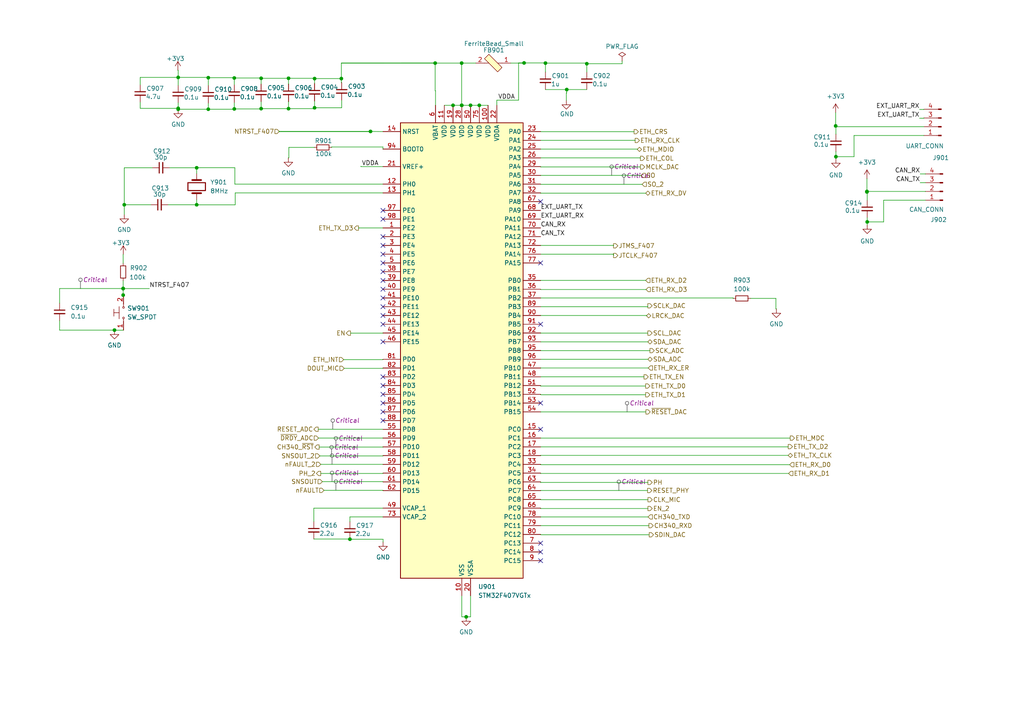
<source format=kicad_sch>
(kicad_sch (version 20231120) (generator "eeschema") (generator_version "8.0")
  (paper "A4")
  (title_block (title "Mixed Signal Board Project") (date "2024-06-24") (rev "V1.0") (company "open source") (comment 1 "this project for learning purposes"))
  (lib_symbols
    (symbol "Connector:Conn_01x04_Pin" (pin_names (offset 1.016) hide)
      (property "Reference" "J" (at 0 5.08 0))
      (property "Value" "Conn_01x04_Pin" (at 0 -7.62 0))
      (symbol "Conn_01x04_Pin_1_1"
        (polyline (pts (xy 1.27 -5.08) (xy 0.8636 -5.08)) (stroke (width 0.1524)))
        (polyline (pts (xy 1.27 -2.54) (xy 0.8636 -2.54)) (stroke (width 0.1524)))
        (polyline (pts (xy 1.27 0) (xy 0.8636 0)) (stroke (width 0.1524)))
        (polyline (pts (xy 1.27 2.54) (xy 0.8636 2.54)) (stroke (width 0.1524)))
        (rectangle (start 0.8636 -4.953) (end 0 -5.207) (stroke (width 0.1524)) (fill (type outline)))
        (rectangle (start 0.8636 -2.413) (end 0 -2.667) (stroke (width 0.1524)) (fill (type outline)))
        (rectangle (start 0.8636 0.127) (end 0 -0.127) (stroke (width 0.1524)) (fill (type outline)))
        (rectangle (start 0.8636 2.667) (end 0 2.413) (stroke (width 0.1524)) (fill (type outline)))
        (pin passive line (at 5.08 2.54 180) (length 3.81) (name "Pin_1") (number "1"))
        (pin passive line (at 5.08 0 180) (length 3.81) (name "Pin_2") (number "2"))
        (pin passive line (at 5.08 -2.54 180) (length 3.81) (name "Pin_3") (number "3"))
        (pin passive line (at 5.08 -5.08 180) (length 3.81) (name "Pin_4") (number "4"))
      )
    )
    (symbol "Device:C_Small" (pin_numbers hide) (pin_names (offset 0.254) hide)
      (property "Reference" "C" (at 0.254 1.778 0))
      (property "Value" "C_Small" (at 0.254 -2.032 0))
      (symbol "C_Small_0_1"
        (polyline (pts (xy -1.524 -0.508) (xy 1.524 -0.508)) (stroke (width 0.3302)))
        (polyline (pts (xy -1.524 0.508) (xy 1.524 0.508)) (stroke (width 0.3048)))
      )
      (symbol "C_Small_1_1"
        (pin passive line (at 0 2.54 270) (length 2.032) (name "~") (number "1"))
        (pin passive line (at 0 -2.54 90) (length 2.032) (name "~") (number "2"))
      )
    )
    (symbol "Device:Crystal" (pin_numbers hide) (pin_names (offset 1.016) hide)
      (property "Reference" "Y" (at 0 3.81 0))
      (property "Value" "Crystal" (at 0 -3.81 0))
      (symbol "Crystal_0_1"
        (rectangle (start -1.143 2.54) (end 1.143 -2.54) (stroke (width 0.3048)))
        (polyline (pts (xy -2.54 0) (xy -1.905 0)))
        (polyline (pts (xy -1.905 -1.27) (xy -1.905 1.27)) (stroke (width 0.508)))
        (polyline (pts (xy 1.905 -1.27) (xy 1.905 1.27)) (stroke (width 0.508)))
        (polyline (pts (xy 2.54 0) (xy 1.905 0)))
      )
      (symbol "Crystal_1_1"
        (pin passive line (at -3.81 0 0) (length 1.27) (name "1") (number "1"))
        (pin passive line (at 3.81 0 180) (length 1.27) (name "2") (number "2"))
      )
    )
    (symbol "Device:R_Small" (pin_numbers hide) (pin_names (offset 0.254) hide)
      (property "Reference" "R" (at 0.762 0.508 0))
      (property "Value" "R_Small" (at 0.762 -1.016 0))
      (symbol "R_Small_0_1"
        (rectangle (start -0.762 1.778) (end 0.762 -1.778) (stroke (width 0.2032)))
      )
      (symbol "R_Small_1_1"
        (pin passive line (at 0 2.54 270) (length 0.762) (name "~") (number "1"))
        (pin passive line (at 0 -2.54 90) (length 0.762) (name "~") (number "2"))
      )
    )
    (symbol "MCU_ST_STM32F4:STM32F407VGTx"
      (property "Reference" "U" (at -17.78 67.31 0))
      (property "Value" "STM32F407VGTx" (at 12.7 67.31 0))
      (symbol "STM32F407VGTx_0_1"
        (rectangle (start -17.78 -66.04) (end 17.78 66.04) (stroke (width 0.254)) (fill (type background)))
      )
      (symbol "STM32F407VGTx_1_1"
        (pin bidirectional line (at -22.86 35.56 0) (length 5.08) (name "PE2") (number "1"))
        (pin power_in line (at 0 -71.12 90) (length 5.08) (name "VSS") (number "10"))
        (pin power_in line (at 7.62 71.12 270) (length 5.08) (name "VDD") (number "100"))
        (pin power_in line (at -5.08 71.12 270) (length 5.08) (name "VDD") (number "11"))
        (pin bidirectional line (at -22.86 48.26 0) (length 5.08) (name "PH0") (number "12"))
        (pin bidirectional line (at -22.86 45.72 0) (length 5.08) (name "PH1") (number "13"))
        (pin input line (at -22.86 63.5 0) (length 5.08) (name "NRST") (number "14"))
        (pin bidirectional line (at 22.86 -22.86 180) (length 5.08) (name "PC0") (number "15"))
        (pin bidirectional line (at 22.86 -25.4 180) (length 5.08) (name "PC1") (number "16"))
        (pin bidirectional line (at 22.86 -27.94 180) (length 5.08) (name "PC2") (number "17"))
        (pin bidirectional line (at 22.86 -30.48 180) (length 5.08) (name "PC3") (number "18"))
        (pin power_in line (at -2.54 71.12 270) (length 5.08) (name "VDD") (number "19"))
        (pin bidirectional line (at -22.86 33.02 0) (length 5.08) (name "PE3") (number "2"))
        (pin power_in line (at 2.54 -71.12 90) (length 5.08) (name "VSSA") (number "20"))
        (pin input line (at -22.86 53.34 0) (length 5.08) (name "VREF+") (number "21"))
        (pin power_in line (at 10.16 71.12 270) (length 5.08) (name "VDDA") (number "22"))
        (pin bidirectional line (at 22.86 63.5 180) (length 5.08) (name "PA0") (number "23"))
        (pin bidirectional line (at 22.86 60.96 180) (length 5.08) (name "PA1") (number "24"))
        (pin bidirectional line (at 22.86 58.42 180) (length 5.08) (name "PA2") (number "25"))
        (pin bidirectional line (at 22.86 55.88 180) (length 5.08) (name "PA3") (number "26"))
        (pin passive line (at 0 -71.12 90) (length 5.08) hide (name "VSS") (number "27"))
        (pin power_in line (at 0 71.12 270) (length 5.08) (name "VDD") (number "28"))
        (pin bidirectional line (at 22.86 53.34 180) (length 5.08) (name "PA4") (number "29"))
        (pin bidirectional line (at -22.86 30.48 0) (length 5.08) (name "PE4") (number "3"))
        (pin bidirectional line (at 22.86 50.8 180) (length 5.08) (name "PA5") (number "30"))
        (pin bidirectional line (at 22.86 48.26 180) (length 5.08) (name "PA6") (number "31"))
        (pin bidirectional line (at 22.86 45.72 180) (length 5.08) (name "PA7") (number "32"))
        (pin bidirectional line (at 22.86 -33.02 180) (length 5.08) (name "PC4") (number "33"))
        (pin bidirectional line (at 22.86 -35.56 180) (length 5.08) (name "PC5") (number "34"))
        (pin bidirectional line (at 22.86 20.32 180) (length 5.08) (name "PB0") (number "35"))
        (pin bidirectional line (at 22.86 17.78 180) (length 5.08) (name "PB1") (number "36"))
        (pin bidirectional line (at 22.86 15.24 180) (length 5.08) (name "PB2") (number "37"))
        (pin bidirectional line (at -22.86 22.86 0) (length 5.08) (name "PE7") (number "38"))
        (pin bidirectional line (at -22.86 20.32 0) (length 5.08) (name "PE8") (number "39"))
        (pin bidirectional line (at -22.86 27.94 0) (length 5.08) (name "PE5") (number "4"))
        (pin bidirectional line (at -22.86 17.78 0) (length 5.08) (name "PE9") (number "40"))
        (pin bidirectional line (at -22.86 15.24 0) (length 5.08) (name "PE10") (number "41"))
        (pin bidirectional line (at -22.86 12.7 0) (length 5.08) (name "PE11") (number "42"))
        (pin bidirectional line (at -22.86 10.16 0) (length 5.08) (name "PE12") (number "43"))
        (pin bidirectional line (at -22.86 7.62 0) (length 5.08) (name "PE13") (number "44"))
        (pin bidirectional line (at -22.86 5.08 0) (length 5.08) (name "PE14") (number "45"))
        (pin bidirectional line (at -22.86 2.54 0) (length 5.08) (name "PE15") (number "46"))
        (pin bidirectional line (at 22.86 -5.08 180) (length 5.08) (name "PB10") (number "47"))
        (pin bidirectional line (at 22.86 -7.62 180) (length 5.08) (name "PB11") (number "48"))
        (pin power_out line (at -22.86 -45.72 0) (length 5.08) (name "VCAP_1") (number "49"))
        (pin bidirectional line (at -22.86 25.4 0) (length 5.08) (name "PE6") (number "5"))
        (pin power_in line (at 2.54 71.12 270) (length 5.08) (name "VDD") (number "50"))
        (pin bidirectional line (at 22.86 -10.16 180) (length 5.08) (name "PB12") (number "51"))
        (pin bidirectional line (at 22.86 -12.7 180) (length 5.08) (name "PB13") (number "52"))
        (pin bidirectional line (at 22.86 -15.24 180) (length 5.08) (name "PB14") (number "53"))
        (pin bidirectional line (at 22.86 -17.78 180) (length 5.08) (name "PB15") (number "54"))
        (pin bidirectional line (at -22.86 -22.86 0) (length 5.08) (name "PD8") (number "55"))
        (pin bidirectional line (at -22.86 -25.4 0) (length 5.08) (name "PD9") (number "56"))
        (pin bidirectional line (at -22.86 -27.94 0) (length 5.08) (name "PD10") (number "57"))
        (pin bidirectional line (at -22.86 -30.48 0) (length 5.08) (name "PD11") (number "58"))
        (pin bidirectional line (at -22.86 -33.02 0) (length 5.08) (name "PD12") (number "59"))
        (pin power_in line (at -7.62 71.12 270) (length 5.08) (name "VBAT") (number "6"))
        (pin bidirectional line (at -22.86 -35.56 0) (length 5.08) (name "PD13") (number "60"))
        (pin bidirectional line (at -22.86 -38.1 0) (length 5.08) (name "PD14") (number "61"))
        (pin bidirectional line (at -22.86 -40.64 0) (length 5.08) (name "PD15") (number "62"))
        (pin bidirectional line (at 22.86 -38.1 180) (length 5.08) (name "PC6") (number "63"))
        (pin bidirectional line (at 22.86 -40.64 180) (length 5.08) (name "PC7") (number "64"))
        (pin bidirectional line (at 22.86 -43.18 180) (length 5.08) (name "PC8") (number "65"))
        (pin bidirectional line (at 22.86 -45.72 180) (length 5.08) (name "PC9") (number "66"))
        (pin bidirectional line (at 22.86 43.18 180) (length 5.08) (name "PA8") (number "67"))
        (pin bidirectional line (at 22.86 40.64 180) (length 5.08) (name "PA9") (number "68"))
        (pin bidirectional line (at 22.86 38.1 180) (length 5.08) (name "PA10") (number "69"))
        (pin bidirectional line (at 22.86 -55.88 180) (length 5.08) (name "PC13") (number "7"))
        (pin bidirectional line (at 22.86 35.56 180) (length 5.08) (name "PA11") (number "70"))
        (pin bidirectional line (at 22.86 33.02 180) (length 5.08) (name "PA12") (number "71"))
        (pin bidirectional line (at 22.86 30.48 180) (length 5.08) (name "PA13") (number "72"))
        (pin power_out line (at -22.86 -48.26 0) (length 5.08) (name "VCAP_2") (number "73"))
        (pin passive line (at 0 -71.12 90) (length 5.08) hide (name "VSS") (number "74"))
        (pin power_in line (at 5.08 71.12 270) (length 5.08) (name "VDD") (number "75"))
        (pin bidirectional line (at 22.86 27.94 180) (length 5.08) (name "PA14") (number "76"))
        (pin bidirectional line (at 22.86 25.4 180) (length 5.08) (name "PA15") (number "77"))
        (pin bidirectional line (at 22.86 -48.26 180) (length 5.08) (name "PC10") (number "78"))
        (pin bidirectional line (at 22.86 -50.8 180) (length 5.08) (name "PC11") (number "79"))
        (pin bidirectional line (at 22.86 -58.42 180) (length 5.08) (name "PC14") (number "8"))
        (pin bidirectional line (at 22.86 -53.34 180) (length 5.08) (name "PC12") (number "80"))
        (pin bidirectional line (at -22.86 -2.54 0) (length 5.08) (name "PD0") (number "81"))
        (pin bidirectional line (at -22.86 -5.08 0) (length 5.08) (name "PD1") (number "82"))
        (pin bidirectional line (at -22.86 -7.62 0) (length 5.08) (name "PD2") (number "83"))
        (pin bidirectional line (at -22.86 -10.16 0) (length 5.08) (name "PD3") (number "84"))
        (pin bidirectional line (at -22.86 -12.7 0) (length 5.08) (name "PD4") (number "85"))
        (pin bidirectional line (at -22.86 -15.24 0) (length 5.08) (name "PD5") (number "86"))
        (pin bidirectional line (at -22.86 -17.78 0) (length 5.08) (name "PD6") (number "87"))
        (pin bidirectional line (at -22.86 -20.32 0) (length 5.08) (name "PD7") (number "88"))
        (pin bidirectional line (at 22.86 12.7 180) (length 5.08) (name "PB3") (number "89"))
        (pin bidirectional line (at 22.86 -60.96 180) (length 5.08) (name "PC15") (number "9"))
        (pin bidirectional line (at 22.86 10.16 180) (length 5.08) (name "PB4") (number "90"))
        (pin bidirectional line (at 22.86 7.62 180) (length 5.08) (name "PB5") (number "91"))
        (pin bidirectional line (at 22.86 5.08 180) (length 5.08) (name "PB6") (number "92"))
        (pin bidirectional line (at 22.86 2.54 180) (length 5.08) (name "PB7") (number "93"))
        (pin input line (at -22.86 58.42 0) (length 5.08) (name "BOOT0") (number "94"))
        (pin bidirectional line (at 22.86 0 180) (length 5.08) (name "PB8") (number "95"))
        (pin bidirectional line (at 22.86 -2.54 180) (length 5.08) (name "PB9") (number "96"))
        (pin bidirectional line (at -22.86 40.64 0) (length 5.08) (name "PE0") (number "97"))
        (pin bidirectional line (at -22.86 38.1 0) (length 5.08) (name "PE1") (number "98"))
        (pin passive line (at 0 -71.12 90) (length 5.08) hide (name "VSS") (number "99"))
      )
    )
    (symbol "dk_Ferrite-Beads-and-Chips:BLM18HE152SN1D" (pin_names (offset 1.016))
      (property "Reference" "FB" (at -2.54 3.81 0))
      (property "Value" "BLM18HE152SN1D" (at 0 -3.81 0))
      (symbol "BLM18HE152SN1D_0_1"
        (polyline (pts (xy -1.27 0) (xy -2.54 0)))
        (polyline (pts (xy 1.27 0) (xy 2.54 0)))
        (polyline (pts (xy -1.27 2.54) (xy -2.54 1.27) (xy 1.27 -2.54) (xy 2.54 -1.27) (xy -1.27 2.54)) (fill (type background)))
      )
      (symbol "BLM18HE152SN1D_1_1"
        (pin passive line (at -5.08 0 0) (length 2.54) (name "~") (number "1"))
        (pin passive line (at 5.08 0 180) (length 2.54) (name "~") (number "2"))
      )
    )
    (symbol "dk_Pushbutton-Switches:GPTS203211B" (pin_names (offset 1.016))
      (property "Reference" "S" (at -3.81 3.81 0))
      (property "Value" "GPTS203211B" (at 0 -2.54 0))
      (symbol "GPTS203211B_0_1"
        (circle (center -1.524 0) (radius 0.254))
        (polyline (pts (xy -2.54 0) (xy -1.778 0)))
        (polyline (pts (xy -1.778 1.27) (xy 1.778 1.27)))
        (polyline (pts (xy -1.016 2.794) (xy 1.016 2.794)))
        (polyline (pts (xy 0 1.27) (xy 0 2.794)))
        (polyline (pts (xy 2.54 0) (xy 1.778 0)))
        (circle (center 1.524 0) (radius 0.254))
      )
      (symbol "GPTS203211B_1_1"
        (pin passive line (at -5.08 0 0) (length 2.54) (name "~") (number "1"))
        (pin passive line (at 5.08 0 180) (length 2.54) (name "~") (number "2"))
      )
    )
    (symbol "power:+3V3" (power) (pin_names (offset 0))
      (property "Value" "+3V3" (at 0 3.556 0))
      (symbol "+3V3_0_1"
        (polyline (pts (xy -0.762 1.27) (xy 0 2.54)))
        (polyline (pts (xy 0 0) (xy 0 2.54)))
        (polyline (pts (xy 0 2.54) (xy 0.762 1.27)))
      )
      (symbol "+3V3_1_1"
        (pin power_in line (at 0 0 90) (length 0) hide (name "+3V3") (number "1"))
      )
    )
    (symbol "power:GND" (power) (pin_names (offset 0))
      (property "Value" "GND" (at 0 -3.81 0))
      (symbol "GND_0_1"
        (polyline (pts (xy 0 0) (xy 0 -1.27) (xy 1.27 -1.27) (xy 0 -2.54) (xy -1.27 -1.27) (xy 0 -1.27)))
      )
      (symbol "GND_1_1"
        (pin power_in line (at 0 0 270) (length 0) hide (name "GND") (number "1"))
      )
    )
    (symbol "power:PWR_FLAG" (power) (pin_numbers hide) (pin_names (offset 0) hide)
      (property "Value" "PWR_FLAG" (at 0 3.81 0))
      (symbol "PWR_FLAG_0_0"
        (pin power_out line (at 0 0 90) (length 0) (name "pwr") (number "1"))
      )
      (symbol "PWR_FLAG_0_1"
        (polyline (pts (xy 0 0) (xy 0 1.27) (xy -1.016 1.905) (xy 0 2.54) (xy 1.016 1.905) (xy 0 1.27)))
      )
    )
  )
  (junction (at 36.0407 59.3886))
  (junction (at 136.4769 30.5459))
  (junction (at 60.4123 22.5361))
  (junction (at 133.8969 18.3022))
  (junction (at 33.2021 95.7494))
  (junction (at 91.2355 22.7902))
  (junction (at 107.4617 38.1251))
  (junction (at 75.7392 22.7055))
  (junction (at 35.719 83.6885))
  (junction (at 251.5243 64.3612))
  (junction (at 242.3734 36.5239))
  (junction (at 75.7392 31.5121))
  (junction (at 60.4123 31.6815))
  (junction (at 91.2355 31.2581))
  (junction (at 51.681 31.6839))
  (junction (at 170.1975 18.48))
  (junction (at 51.681 22.4515))
  (junction (at 135.212 178.9088))
  (junction (at 133.8969 30.5459))
  (junction (at 67.9487 22.6208))
  (junction (at 67.9487 31.5968))
  (junction (at 83.6821 31.5121))
  (junction (at 131.3969 30.5459))
  (junction (at 51.681 31.4275))
  (junction (at 99.009 22.7902))
  (junction (at 164.3758 25.9727))
  (junction (at 251.4474 55.6717))
  (junction (at 57.044 48.6626))
  (junction (at 57.044 59.3886))
  (junction (at 35.719 83.6951))
  (junction (at 83.6821 22.7055))
  (junction (at 35.719 85.5894))
  (junction (at 133.9369 30.5459))
  (junction (at 101.4909 156.398))
  (junction (at 251.4474 55.5281))
  (junction (at 158.2013 18.3052))
  (junction (at 151.999 18.2558))
  (junction (at 139.0169 30.5459))
  (junction (at 242.4503 45.4441))
  (junction (at 126.2109 18.3022))
  (no_connect (at 156.7969 157.5459))
  (no_connect (at 111.0769 61.0259))
  (no_connect (at 111.0769 86.4259))
  (no_connect (at 156.7969 116.9059))
  (no_connect (at 156.7969 124.5259))
  (no_connect (at 111.0769 114.3659))
  (no_connect (at 111.0769 91.5059))
  (no_connect (at 111.0769 116.9059))
  (no_connect (at 111.0769 99.1259))
  (no_connect (at 111.0769 81.3459))
  (no_connect (at 111.0769 109.2859))
  (no_connect (at 156.7969 160.0859))
  (no_connect (at 156.7969 58.4859))
  (no_connect (at 156.7969 76.2659))
  (no_connect (at 111.0769 78.8059))
  (no_connect (at 111.0769 119.4459))
  (no_connect (at 111.0769 121.9859))
  (no_connect (at 111.0769 83.8859))
  (no_connect (at 111.0769 94.0459))
  (no_connect (at 111.0769 76.2659))
  (no_connect (at 111.0769 111.8259))
  (no_connect (at 156.7969 94.0459))
  (no_connect (at 156.7969 162.6259))
  (no_connect (at 111.0769 68.6459))
  (no_connect (at 111.0769 63.5659))
  (no_connect (at 111.0769 73.7259))
  (no_connect (at 111.0769 88.9659))
  (no_connect (at 111.0769 71.1859))
  (wire (pts (xy 111.0769 149.9259) (xy 101.4909 149.9259)))
  (wire (pts (xy 101.4909 156.3392) (xy 101.4909 156.398)))
  (wire (pts (xy 228.6 129.6059) (xy 228.6 129.54)))
  (wire (pts (xy 133.8969 18.3022) (xy 126.2109 18.3022)))
  (wire (pts (xy 99.1107 29.0429) (xy 99.1107 31.2581)))
  (wire (pts (xy 68.1201 48.6401) (xy 57.044 48.6401)))
  (wire (pts (xy 111.0769 129.6641) (xy 111.0769 129.6059)))
  (wire (pts (xy 75.7392 29.4663) (xy 75.7392 31.5121)))
  (wire (pts (xy 136.4769 30.5459) (xy 139.0169 30.5459)))
  (wire (pts (xy 251.5243 55.6717) (xy 251.4474 55.6717)))
  (wire (pts (xy 126.2109 18.3022) (xy 99.009 18.3022)))
  (wire (pts (xy 156.7969 83.9716) (xy 156.7969 83.8859)))
  (wire (pts (xy 256.2921 58.0681) (xy 256.2921 64.3612)))
  (wire (pts (xy 93.9765 142.2196) (xy 111.0769 142.2196)))
  (wire (pts (xy 156.7969 50.8751) (xy 156.7969 50.8659)))
  (wire (pts (xy 267.957 34.29) (xy 267.957 34.2213)))
  (wire (pts (xy 111.0769 132.2399) (xy 111.0769 132.1459)))
  (wire (pts (xy 111.0769 38.1659) (xy 107.4617 38.1251)))
  (wire (pts (xy 156.7969 56.0275) (xy 156.7969 55.9459)))
  (wire (pts (xy 188.284 155.1039) (xy 156.7969 155.1039)))
  (wire (pts (xy 187.2731 56.0275) (xy 156.7969 56.0275)))
  (wire (pts (xy 96.1959 42.6303) (xy 96.1959 42.7557)))
  (wire (pts (xy 156.7969 101.6966) (xy 156.7969 101.6659)))
  (wire (pts (xy 187.33 119.4716) (xy 156.7969 119.4716)))
  (wire (pts (xy 68.1201 53.4059) (xy 68.1201 48.6401)))
  (wire (pts (xy 57.044 48.6626) (xy 57.044 50.3173)))
  (wire (pts (xy 111.0769 134.68) (xy 111.0769 134.6859)))
  (wire (pts (xy 60.4123 24.8093) (xy 60.4123 22.5361)))
  (wire (pts (xy 67.9487 29.7203) (xy 67.9487 31.5968)))
  (wire (pts (xy 35.719 85.5894) (xy 35.7509 85.5894)))
  (wire (pts (xy 156.7969 139.9237) (xy 156.7969 139.7659)))
  (wire (pts (xy 268.3948 50.4481) (xy 268.3948 50.4477)))
  (wire (pts (xy 133.9369 178.9088) (xy 135.212 178.9088)))
  (wire (pts (xy 164.3758 25.9727) (xy 170.1975 25.9727)))
  (wire (pts (xy 111.0769 96.6251) (xy 111.0769 96.5859)))
  (wire (pts (xy 256.2921 58.0681) (xy 268.3948 58.0681)))
  (wire (pts (xy 99.009 23.9629) (xy 99.009 22.7902)))
  (wire (pts (xy 187.5045 91.5059) (xy 187.5045 91.5868)))
  (wire (pts (xy 51.681 29.8206) (xy 51.681 31.4275)))
  (wire (pts (xy 156.7969 99.1521) (xy 156.7969 99.1259)))
  (wire (pts (xy 67.9487 31.6815) (xy 60.4123 31.6815)))
  (wire (pts (xy 111.0769 55.9459) (xy 68.2217 55.9459)))
  (wire (pts (xy 217.7074 86.5513) (xy 225.0443 86.5513)))
  (wire (pts (xy 81.0011 38.1251) (xy 107.4617 38.1251)))
  (wire (pts (xy 92.3858 127.061) (xy 111.0769 127.061)))
  (wire (pts (xy 111.0769 104.3076) (xy 111.0769 104.2059)))
  (wire (pts (xy 187.9125 139.9237) (xy 156.7969 139.9237)))
  (wire (pts (xy 151.999 18.3014) (xy 151.999 18.2558)))
  (wire (pts (xy 36.0407 48.6626) (xy 36.0407 59.3886)))
  (wire (pts (xy 170.1975 20.8927) (xy 170.1975 18.48)))
  (wire (pts (xy 156.7969 134.7791) (xy 156.7969 134.6859)))
  (wire (pts (xy 60.4123 29.8893) (xy 60.4123 31.6815)))
  (wire (pts (xy 242.3734 36.7613) (xy 242.3734 36.5239)))
  (wire (pts (xy 128.8569 30.5459) (xy 131.3969 30.5459)))
  (wire (pts (xy 35.719 85.6128) (xy 35.719 85.5894)))
  (wire (pts (xy 91.2355 31.5121) (xy 83.6821 31.5121)))
  (wire (pts (xy 156.7969 129.6059) (xy 228.6 129.6059)))
  (wire (pts (xy 111.0769 42.6303) (xy 111.0769 43.2459)))
  (wire (pts (xy 99.1107 31.2581) (xy 91.2355 31.2581)))
  (wire (pts (xy 35.719 73.8257) (xy 35.7542 73.8257)))
  (wire (pts (xy 40.6651 24.5684) (xy 40.6651 22.4515)))
  (wire (pts (xy 17.2856 95.7494) (xy 33.2021 95.7494)))
  (wire (pts (xy 91.2355 31.2581) (xy 91.2355 31.5121)))
  (wire (pts (xy 187.3747 83.9716) (xy 156.7969 83.9716)))
  (wire (pts (xy 43.3256 83.6951) (xy 35.719 83.6951)))
  (wire (pts (xy 185.9257 50.8751) (xy 156.7969 50.8751)))
  (wire (pts (xy 251.4474 55.5281) (xy 268.3948 55.5281)))
  (wire (pts (xy 183.9035 38.1961) (xy 156.7969 38.1961)))
  (wire (pts (xy 188.0121 106.7303) (xy 156.7969 106.7303)))
  (wire (pts (xy 180.4398 17.6952) (xy 180.4398 18.48)))
  (wire (pts (xy 33.2021 95.7728) (xy 33.2021 95.7494)))
  (wire (pts (xy 44.1561 48.6626) (xy 36.0407 48.6626)))
  (wire (pts (xy 156.7969 132.08) (xy 156.7969 132.1459)))
  (wire (pts (xy 111.0769 53.4059) (xy 68.1201 53.4059)))
  (wire (pts (xy 177.9418 73.7259) (xy 177.9418 74.0968)))
  (wire (pts (xy 101.4909 156.398) (xy 111.1032 156.398)))
  (wire (pts (xy 251.4474 51.8268) (xy 251.4474 55.5281)))
  (wire (pts (xy 156.7969 45.7859) (xy 185.7326 45.7859)))
  (wire (pts (xy 187.2731 81.3296) (xy 156.7969 81.3296)))
  (wire (pts (xy 75.7392 31.5968) (xy 67.9487 31.5968)))
  (wire (pts (xy 60.4123 31.6839) (xy 51.681 31.6839)))
  (wire (pts (xy 266.8761 50.4481) (xy 268.3948 50.4481)))
  (wire (pts (xy 156.7969 38.1961) (xy 156.7969 38.1659)))
  (wire (pts (xy 111.0769 127.061) (xy 111.0769 127.0659)))
  (wire (pts (xy 187.9231 144.9318) (xy 156.7969 144.9318)))
  (wire (pts (xy 148.1398 18.3014) (xy 151.999 18.3014)))
  (wire (pts (xy 83.6991 29.4663) (xy 83.6821 29.4663)))
  (wire (pts (xy 40.6651 31.4275) (xy 51.681 31.4275)))
  (wire (pts (xy 164.2582 29.1254) (xy 164.2582 26.9496)))
  (wire (pts (xy 83.779 45.7796) (xy 83.6396 45.7796)))
  (wire (pts (xy 35.719 81.4191) (xy 35.719 83.6885)))
  (wire (pts (xy 92.291 124.501) (xy 111.0769 124.501)))
  (wire (pts (xy 158.2013 25.9727) (xy 164.3758 25.9727)))
  (wire (pts (xy 156.7969 104.1987) (xy 156.7969 104.2059)))
  (wire (pts (xy 187.8113 142.2673) (xy 156.7969 142.2673)))
  (wire (pts (xy 156.7969 73.7259) (xy 177.9418 73.7259)))
  (wire (pts (xy 83.6821 29.4663) (xy 83.6821 31.5121)))
  (wire (pts (xy 212.6274 86.4259) (xy 212.6274 86.5513)))
  (wire (pts (xy 75.7392 31.5121) (xy 75.7392 31.5968)))
  (wire (pts (xy 144.0969 29.0523) (xy 150.4076 29.0523)))
  (wire (pts (xy 139.0169 30.5459) (xy 141.5569 30.5459)))
  (wire (pts (xy 57.044 48.6401) (xy 57.044 48.6626)))
  (wire (pts (xy 156.7969 40.7059) (xy 184.2084 40.7059)))
  (wire (pts (xy 266.8761 52.9881) (xy 268.3948 52.9881)))
  (wire (pts (xy 185.7326 45.7859) (xy 185.7326 45.9189)))
  (wire (pts (xy 242.4503 45.4441) (xy 242.4503 46.0593)))
  (wire (pts (xy 267.957 36.7613) (xy 242.3734 36.7613)))
  (wire (pts (xy 99.009 22.7902) (xy 91.2355 22.7902)))
  (wire (pts (xy 187.8893 96.6121) (xy 156.7969 96.6121)))
  (wire (pts (xy 83.779 42.7557) (xy 83.779 45.7796)))
  (wire (pts (xy 180.4398 18.48) (xy 170.1975 18.48)))
  (wire (pts (xy 156.7969 109.2859) (xy 186.7722 109.2859)))
  (wire (pts (xy 158.2013 20.8927) (xy 158.2013 18.3052)))
  (wire (pts (xy 229.0369 134.7791) (xy 156.7969 134.7791)))
  (wire (pts (xy 185.7384 48.4206) (xy 156.7969 48.4206)))
  (wire (pts (xy 251.5243 63.1332) (xy 251.5243 64.3612)))
  (wire (pts (xy 266.7 34.29) (xy 267.957 34.29)))
  (wire (pts (xy 68.2217 55.9459) (xy 68.2217 59.4113)))
  (wire (pts (xy 156.7969 114.5025) (xy 156.7969 114.3659)))
  (wire (pts (xy 156.7969 137.3195) (xy 156.7969 137.2259)))
  (wire (pts (xy 187.9109 104.1987) (xy 156.7969 104.1987)))
  (wire (pts (xy 35.719 83.6951) (xy 35.719 85.5894)))
  (wire (pts (xy 242.4503 36.5239) (xy 242.3734 36.5239)))
  (wire (pts (xy 83.6821 22.7055) (xy 75.7392 22.7055)))
  (wire (pts (xy 228.6 132.08) (xy 156.7969 132.08)))
  (wire (pts (xy 156.7969 91.5059) (xy 187.5045 91.5059)))
  (wire (pts (xy 51.681 22.4515) (xy 51.681 20.3878)))
  (wire (pts (xy 101.4909 149.9259) (xy 101.4909 151.318)))
  (wire (pts (xy 91.1159 42.7557) (xy 83.779 42.7557)))
  (wire (pts (xy 91.2355 22.7055) (xy 83.6821 22.7055)))
  (wire (pts (xy 188.5035 101.6966) (xy 156.7969 101.6966)))
  (wire (pts (xy 156.7969 111.9625) (xy 156.7969 111.8259)))
  (wire (pts (xy 81.0011 38.1659) (xy 81.0011 38.1251)))
  (wire (pts (xy 107.4617 38.1251) (xy 107.4617 38.1659)))
  (wire (pts (xy 156.7969 86.4259) (xy 212.6274 86.4259)))
  (wire (pts (xy 92.5695 129.6641) (xy 111.0769 129.6641)))
  (wire (pts (xy 251.5243 64.3612) (xy 251.5243 65.2071)))
  (wire (pts (xy 247.706 39.3013) (xy 247.706 45.4441)))
  (wire (pts (xy 68.2217 59.4113) (xy 57.044 59.4113)))
  (wire (pts (xy 93.5024 139.6912) (xy 111.0769 139.6912)))
  (wire (pts (xy 36.0407 59.3886) (xy 36.0407 62.2113)))
  (wire (pts (xy 133.8969 18.3014) (xy 133.8969 18.3022)))
  (wire (pts (xy 247.706 45.4441) (xy 242.4503 45.4441)))
  (wire (pts (xy 225.0443 86.5513) (xy 225.0443 89.5752)))
  (wire (pts (xy 111.0769 106.836) (xy 111.0769 106.7459)))
  (wire (pts (xy 156.7969 149.9282) (xy 156.7969 149.9259)))
  (wire (pts (xy 188.2043 152.4566) (xy 156.7969 152.4566)))
  (wire (pts (xy 99.1107 23.9629) (xy 99.009 23.9629)))
  (wire (pts (xy 131.3969 30.5459) (xy 133.8969 30.5459)))
  (wire (pts (xy 57.044 57.9373) (xy 57.044 59.3886)))
  (wire (pts (xy 151.999 18.2558) (xy 150.4076 18.2558)))
  (wire (pts (xy 91.2355 29.2969) (xy 91.2355 31.2581)))
  (wire (pts (xy 267.957 39.3013) (xy 247.706 39.3013)))
  (wire (pts (xy 186.7722 109.2859) (xy 186.7722 109.3113)))
  (wire (pts (xy 99.009 18.3022) (xy 99.009 22.7902)))
  (wire (pts (xy 60.4123 22.4515) (xy 51.681 22.4515)))
  (wire (pts (xy 104.0005 66.1059) (xy 104.0005 66.157)))
  (wire (pts (xy 126.3169 30.5459) (xy 126.3169 26.3277)))
  (wire (pts (xy 156.7969 96.6121) (xy 156.7969 96.5859)))
  (wire (pts (xy 242.4503 43.9854) (xy 242.4503 45.4441)))
  (wire (pts (xy 268.3948 55.5281) (xy 268.3948 55.5277)))
  (wire (pts (xy 184.2084 40.7059) (xy 184.2084 40.7365)))
  (wire (pts (xy 266.7 31.75) (xy 267.957 31.75)))
  (wire (pts (xy 267.957 31.75) (xy 267.957 31.6813)))
  (wire (pts (xy 158.2013 18.2558) (xy 151.999 18.2558)))
  (wire (pts (xy 156.7969 71.1859) (xy 177.9418 71.1859)))
  (wire (pts (xy 164.3758 26.9496) (xy 164.3758 25.9727)))
  (wire (pts (xy 111.0769 139.6912) (xy 111.0769 139.7659)))
  (wire (pts (xy 48.8124 59.3886) (xy 57.044 59.3886)))
  (wire (pts (xy 186.2302 53.4636) (xy 156.7969 53.4636)))
  (wire (pts (xy 75.7392 22.6208) (xy 67.9487 22.6208)))
  (wire (pts (xy 170.1975 18.3052) (xy 158.2013 18.3052)))
  (wire (pts (xy 43.7324 59.3886) (xy 36.0407 59.3886)))
  (wire (pts (xy 67.9487 24.6403) (xy 67.9487 22.6208)))
  (wire (pts (xy 268.3948 58.0681) (xy 268.3948 58.0677)))
  (wire (pts (xy 101.6778 96.6251) (xy 111.0769 96.6251)))
  (wire (pts (xy 67.9487 22.5361) (xy 60.4123 22.5361)))
  (wire (pts (xy 177.9418 71.1859) (xy 177.9418 71.2923)))
  (wire (pts (xy 57.044 59.3886) (xy 57.044 59.4113)))
  (wire (pts (xy 268.3948 52.9881) (xy 268.3948 52.9877)))
  (wire (pts (xy 170.1975 18.48) (xy 170.1975 18.3052)))
  (wire (pts (xy 35.719 83.6885) (xy 35.719 83.6951)))
  (wire (pts (xy 91.0236 147.3859) (xy 111.0769 147.3859)))
  (wire (pts (xy 51.681 24.7406) (xy 51.681 22.4515)))
  (wire (pts (xy 156.7969 119.4716) (xy 156.7969 119.4459)))
  (wire (pts (xy 187.8838 88.9659) (xy 187.8838 88.687)))
  (wire (pts (xy 187.2503 111.9625) (xy 156.7969 111.9625)))
  (wire (pts (xy 156.7969 106.7303) (xy 156.7969 106.7459)))
  (wire (pts (xy 156.7969 88.9659) (xy 187.8838 88.9659)))
  (wire (pts (xy 164.2582 26.9496) (xy 164.3758 26.9496)))
  (wire (pts (xy 17.2856 93.0028) (xy 17.2856 95.7494)))
  (wire (pts (xy 156.7969 142.2673) (xy 156.7969 142.3059)))
  (wire (pts (xy 187.9673 149.9282) (xy 156.7969 149.9282)))
  (wire (pts (xy 156.7969 81.3296) (xy 156.7969 81.3459)))
  (wire (pts (xy 187.8893 99.1521) (xy 156.7969 99.1521)))
  (wire (pts (xy 144.0969 30.5459) (xy 144.0969 29.0523)))
  (wire (pts (xy 184.8343 43.2459) (xy 184.8343 43.3256)))
  (wire (pts (xy 67.9487 31.5968) (xy 67.9487 31.6815)))
  (wire (pts (xy 126.3169 26.3277) (xy 126.2109 26.3277)))
  (wire (pts (xy 111.0769 48.3259) (xy 104.6855 48.3259)))
  (wire (pts (xy 251.5243 58.0532) (xy 251.5243 55.6717)))
  (wire (pts (xy 156.7969 155.1039) (xy 156.7969 155.0059)))
  (wire (pts (xy 83.6991 24.3863) (xy 83.6821 24.3863)))
  (wire (pts (xy 99.84 106.836) (xy 111.0769 106.836)))
  (wire (pts (xy 96.1959 42.6303) (xy 111.0769 42.6303)))
  (wire (pts (xy 91.0236 156.3392) (xy 101.4909 156.3392)))
  (wire (pts (xy 75.7392 22.7055) (xy 75.7392 22.6208)))
  (wire (pts (xy 156.7969 48.4206) (xy 156.7969 48.3259)))
  (wire (pts (xy 81.0011 38.1659) (xy 107.4617 38.1659)))
  (wire (pts (xy 51.681 31.4275) (xy 51.681 31.6839)))
  (wire (pts (xy 133.8969 30.5459) (xy 133.9369 30.5459)))
  (wire (pts (xy 242.3734 36.5239) (xy 242.3734 32.679)))
  (wire (pts (xy 67.9487 22.6208) (xy 67.9487 22.5361)))
  (wire (pts (xy 126.2109 26.3277) (xy 126.2109 18.3022)))
  (wire (pts (xy 99.682 104.3076) (xy 111.0769 104.3076)))
  (wire (pts (xy 93.0283 137.3208) (xy 111.0769 137.3208)))
  (wire (pts (xy 93.0349 134.68) (xy 111.0769 134.68)))
  (wire (pts (xy 35.822 95.7728) (xy 33.2021 95.7728)))
  (wire (pts (xy 156.7969 127.0659) (xy 229.1869 127.0659)))
  (wire (pts (xy 111.0769 66.1059) (xy 104.0005 66.1059)))
  (wire (pts (xy 133.8969 18.3014) (xy 137.9798 18.3014)))
  (wire (pts (xy 35.822 85.6128) (xy 35.719 85.6128)))
  (wire (pts (xy 156.7969 147.4919) (xy 156.7969 147.3859)))
  (wire (pts (xy 136.4769 172.7859) (xy 136.4769 178.9088)))
  (wire (pts (xy 133.9369 30.5459) (xy 136.4769 30.5459)))
  (wire (pts (xy 99.009 18.3022) (xy 126.2755 18.2924)))
  (wire (pts (xy 158.2013 18.3052) (xy 158.2013 18.2558)))
  (wire (pts (xy 156.7969 53.4636) (xy 156.7969 53.4059)))
  (wire (pts (xy 60.4123 31.6815) (xy 60.4123 31.6839)))
  (wire (pts (xy 133.9369 172.7859) (xy 133.9369 178.9088)))
  (wire (pts (xy 60.4123 22.5361) (xy 60.4123 22.4515)))
  (wire (pts (xy 156.7969 152.4566) (xy 156.7969 152.4659)))
  (wire (pts (xy 40.6651 22.4515) (xy 51.681 22.4515)))
  (wire (pts (xy 83.6821 24.3863) (xy 83.6821 22.7055)))
  (wire (pts (xy 187.9231 147.4919) (xy 156.7969 147.4919)))
  (wire (pts (xy 91.0236 147.3859) (xy 91.0236 151.2592)))
  (wire (pts (xy 91.2355 24.2169) (xy 91.2355 22.7902)))
  (wire (pts (xy 111.0769 124.501) (xy 111.0769 124.5259)))
  (wire (pts (xy 49.2361 48.6626) (xy 57.044 48.6626)))
  (wire (pts (xy 242.4503 38.9054) (xy 242.4503 36.5239)))
  (wire (pts (xy 111.0769 137.3208) (xy 111.0769 137.2259)))
  (wire (pts (xy 228.732 137.3195) (xy 156.7969 137.3195)))
  (wire (pts (xy 83.6821 31.5121) (xy 75.7392 31.5121)))
  (wire (pts (xy 156.7969 144.9318) (xy 156.7969 144.8459)))
  (wire (pts (xy 17.2856 83.6885) (xy 35.719 83.6885)))
  (wire (pts (xy 256.2921 64.3612) (xy 251.5243 64.3612)))
  (wire (pts (xy 136.4769 178.9088) (xy 135.212 178.9088)))
  (wire (pts (xy 156.7969 43.2459) (xy 184.8343 43.2459)))
  (wire (pts (xy 251.4474 55.9778) (xy 251.4474 55.6717)))
  (wire (pts (xy 251.4474 55.5281) (xy 251.4474 55.6717)))
  (wire (pts (xy 17.2856 87.9228) (xy 17.2856 83.6885)))
  (wire (pts (xy 92.7707 132.2399) (xy 111.0769 132.2399)))
  (wire (pts (xy 111.1032 156.398) (xy 111.1032 157.1959)))
  (wire (pts (xy 75.7392 24.3863) (xy 75.7392 22.7055)))
  (wire (pts (xy 33.2021 95.7494) (xy 33.2109 95.7494)))
  (wire (pts (xy 111.0769 142.2196) (xy 111.0769 142.3059)))
  (wire (pts (xy 225.0443 89.5752) (xy 225.1837 89.5752)))
  (wire (pts (xy 126.3169 18.2924) (xy 126.2755 18.2924)))
  (wire (pts (xy 91.2355 22.7902) (xy 91.2355 22.7055)))
  (wire (pts (xy 150.4076 29.0523) (xy 150.4076 18.2558)))
  (wire (pts (xy 104.6855 48.189) (xy 104.6855 48.3259)))
  (wire (pts (xy 35.719 76.3391) (xy 35.719 73.8257)))
  (wire (pts (xy 187.2503 114.5025) (xy 156.7969 114.5025)))
  (wire (pts (xy 40.6651 29.6484) (xy 40.6651 31.4275)))
  (wire (pts (xy 51.681 20.3878) (xy 51.5965 20.3878)))
  (wire (pts (xy 133.8969 30.5459) (xy 133.8969 18.3022)))
  (label "EXT_UART_RX" (at 266.7 31.75 180))
  (label "EXT_UART_TX" (at 266.7 34.29 180))
  (label "VDDA" (at 144.463 29.0523 0))
  (label "EXT_UART_TX" (at 156.7969 61.0259 0))
  (label "EXT_UART_RX" (at 156.7969 63.5659 0))
  (label "CAN_TX" (at 266.8761 52.9881 180))
  (label "NTRST_F407" (at 43.3256 83.6951 0))
  (label "CAN_TX" (at 156.7969 68.6459 0))
  (label "VDDA" (at 104.9148 48.3259 0))
  (label "CAN_RX" (at 266.8761 50.4481 180))
  (label "CAN_RX" (at 156.7969 66.1059 0))
  (hierarchical_label "ETH_RX_DV" (shape bidirectional) (at 187.2731 56.0275 0))
  (hierarchical_label "ETH_TX_EN" (shape output) (at 186.7722 109.3113 0))
  (hierarchical_label "~{RESET}_DAC" (shape output) (at 187.33 119.4716 0))
  (hierarchical_label "RESET_PHY" (shape output) (at 187.8113 142.2673 0))
  (hierarchical_label "SO" (shape input) (at 185.9257 50.8751 0))
  (hierarchical_label "SDA_ADC" (shape bidirectional) (at 187.9109 104.1987 0))
  (hierarchical_label "ETH_MDC" (shape output) (at 229.1869 127.0659 0))
  (hierarchical_label "SCL_DAC" (shape output) (at 187.8893 96.6121 0))
  (hierarchical_label "ETH_RX_D2" (shape input) (at 187.2731 81.3296 0))
  (hierarchical_label "RESET_ADC" (shape output) (at 92.291 124.501 180))
  (hierarchical_label "SO_2" (shape input) (at 186.2302 53.4636 0))
  (hierarchical_label "LRCK_DAC" (shape bidirectional) (at 187.5045 91.5868 0))
  (hierarchical_label "SNSOUT" (shape input) (at 93.5024 139.6912 180))
  (hierarchical_label "ETH_MDIO" (shape bidirectional) (at 184.8343 43.3256 0))
  (hierarchical_label "ETH_RX_D1" (shape input) (at 228.732 137.3195 0))
  (hierarchical_label "SDIN_DAC" (shape output) (at 188.284 155.1039 0))
  (hierarchical_label "EN" (shape output) (at 101.6778 96.6251 180))
  (hierarchical_label "CH340_RXD" (shape output) (at 188.2043 152.4566 0))
  (hierarchical_label "ETH_INT" (shape input) (at 99.682 104.3076 180))
  (hierarchical_label "CH340_~{RST}" (shape output) (at 92.5695 129.6641 180))
  (hierarchical_label "EN_2" (shape output) (at 187.9231 147.4919 0))
  (hierarchical_label "PH_2" (shape output) (at 93.0283 137.3208 180))
  (hierarchical_label "DOUT_MIC" (shape input) (at 99.84 106.836 180))
  (hierarchical_label "ETH_TX_D1" (shape output) (at 187.2503 114.5025 0))
  (hierarchical_label "ETH_TX_D0" (shape output) (at 187.2503 111.9625 0))
  (hierarchical_label "ETH_COL" (shape output) (at 185.7326 45.9189 0))
  (hierarchical_label "MCLK_DAC" (shape output) (at 185.7384 48.4206 0))
  (hierarchical_label "SCK_ADC" (shape output) (at 188.5035 101.6966 0))
  (hierarchical_label "ETH_RX_ER" (shape input) (at 188.0121 106.7303 0))
  (hierarchical_label "ETH_CRS" (shape output) (at 183.9035 38.1961 0))
  (hierarchical_label "ETH_TX_D3" (shape output) (at 104.0005 66.157 180))
  (hierarchical_label "JTCLK_F407" (shape output) (at 177.9418 74.0968 0))
  (hierarchical_label "ETH_TX_CLK" (shape bidirectional) (at 228.6 132.08 0))
  (hierarchical_label "JTMS_F407" (shape output) (at 177.9418 71.2923 0))
  (hierarchical_label "ETH_RX_D0" (shape input) (at 229.0369 134.7791 0))
  (hierarchical_label "SCLK_DAC" (shape output) (at 187.8838 88.687 0))
  (hierarchical_label "SDA_DAC" (shape bidirectional) (at 187.8893 99.1521 0))
  (hierarchical_label "SNSOUT_2" (shape input) (at 92.7707 132.2399 180))
  (hierarchical_label "NTRST_F407" (shape input) (at 81.0011 38.1251 180))
  (hierarchical_label "PH" (shape output) (at 187.9125 139.9237 0))
  (hierarchical_label "ETH_RX_D3" (shape input) (at 187.3747 83.9716 0))
  (hierarchical_label "nFAULT" (shape input) (at 93.9765 142.2196 180))
  (hierarchical_label "CH340_TXD" (shape input) (at 187.9673 149.9282 0))
  (hierarchical_label "ETH_RX_CLK" (shape output) (at 184.2084 40.7365 0))
  (hierarchical_label "ETH_TX_D2" (shape output) (at 228.6 129.54 0))
  (hierarchical_label "CLK_MIC" (shape output) (at 187.9231 144.9318 0))
  (hierarchical_label "~{DRDY}_ADC" (shape input) (at 92.3858 127.061 180))
  (hierarchical_label "nFAULT_2" (shape input) (at 93.0349 134.68 180))
  (netclass_flag "" (length 2.54) (shape round) (at 179.4987 142.2673 0) (property "Netclass" "Critical" (at 180.1972 139.7273 0) (effects (font (italic yes)) (justify left))))
  (netclass_flag "" (length 2.54) (shape round) (at 181.879 119.4716 0) (property "Netclass" "Critical" (at 182.5775 116.9316 0) (effects (font (italic yes)) (justify left))))
  (netclass_flag "" (length 2.54) (shape round) (at 180.9689 53.4636 0) (property "Netclass" "Critical" (at 181.6674 50.9236 0) (effects (font (italic yes)) (justify left))))
  (netclass_flag "" (length 2.54) (shape round) (at 23.3383 83.6885 0) (property "Netclass" "Critical" (at 24.0368 81.1485 0) (effects (font (italic yes)) (justify left))))
  (netclass_flag "" (length 2.54) (shape round) (at 96.3049 134.68 0) (property "Netclass" "Critical" (at 97.0034 132.14 0) (effects (font (italic yes)) (justify left))))
  (netclass_flag "" (length 2.54) (shape round) (at 177.3985 50.8751 0) (property "Netclass" "Critical" (at 178.097 48.3351 0) (effects (font (italic yes)) (justify left))))
  (netclass_flag "" (length 2.54) (shape round) (at 97.425 142.2196 0) (property "Netclass" "Critical" (at 98.1235 139.6796 0) (effects (font (italic yes)) (justify left))))
  (netclass_flag "" (length 2.54) (shape round) (at 96.1649 132.2399 0) (property "Netclass" "Critical" (at 96.8634 129.6999 0) (effects (font (italic yes)) (justify left))))
  (netclass_flag "" (length 2.54) (shape round) (at 96.5149 124.501 0) (property "Netclass" "Critical" (at 97.2134 121.961 0) (effects (font (italic yes)) (justify left))))
  (netclass_flag "" (length 2.54) (shape round) (at 97.425 129.6641 0) (property "Netclass" "Critical" (at 98.1235 127.1241 0) (effects (font (italic yes)) (justify left))))
  (netclass_flag "" (length 2.54) (shape round) (at 96.3049 139.6912 0) (property "Netclass" "Critical" (at 97.0034 137.1512 0) (effects (font (italic yes)) (justify left))))
  (symbol (lib_id "Device:C_Small") (at 67.9487 27.1803 0) (unit 1)
    (property "Reference" "C908" (at 69.7269 25.7408 0) (effects (justify left)))
    (property "Value" "0.1u" (at 69.5576 28.1118 0) (effects (justify left)))
    (property "Footprint" "Capacitor_SMD:C_0805_2012Metric" (effects (hide yes)))
    (property "Description" "Unpolarized capacitor, small symbol" (effects (hide yes)))
  )
  (symbol (lib_id "power:GND") (at 225.1837 89.5752 0) (unit 1)
    (property "Reference" "#PWR0911" (effects (hide yes)))
    (property "Value" "GND" (at 225.1837 93.98 0))
    (property "Description" "Power symbol creates a global label with name \"GND\" , ground" (effects (hide yes)))
  )
  (symbol (lib_id "power:GND") (at 51.681 31.6839 0) (mirror y) (unit 1)
    (property "Reference" "#PWR0903" (effects (hide yes)))
    (property "Value" "GND" (at 51.681 36.0887 0))
    (property "Description" "Power symbol creates a global label with name \"GND\" , ground" (effects (hide yes)))
  )
  (symbol (lib_id "dk_Ferrite-Beads-and-Chips:BLM18HE152SN1D") (at 143.0598 18.3014 180) (unit 1)
    (property "Reference" "FB901" (at 143.2479 14.5404 0))
    (property "Value" "FerriteBead_Small" (at 143.2479 12.6586 0))
    (property "Footprint" "digikey-footprints:0603" (effects (hide yes)))
    (property "Datasheet" "https://www.murata.com/en-us/products/productdata/8796741599262/ENFA0004.pdf" (effects (hide yes)))
    (property "Description" "FERRITE BEAD 1.5 KOHM 0603 1LN" (effects (hide yes)))
    (property "Digi-Key_PN" "490-5216-1-ND" (effects (hide yes)))
    (property "MPN" "BLM18HE152SN1D" (effects (hide yes)))
    (property "Category" "Filters" (effects (hide yes)))
    (property "Family" "Ferrite Beads and Chips" (effects (hide yes)))
    (property "DK_Datasheet_Link" "https://www.murata.com/en-us/products/productdata/8796741599262/ENFA0004.pdf" (effects (hide yes)))
    (property "DK_Detail_Page" "/product-detail/en/murata-electronics-north-america/BLM18HE152SN1D/490-5216-1-ND/1948392" (effects (hide yes)))
    (property "Description_1" "FERRITE BEAD 1.5 KOHM 0603 1LN" (effects (hide yes)))
    (property "Manufacturer" "Murata Electronics North America" (effects (hide yes)))
    (property "Status" "Active" (effects (hide yes)))
  )
  (symbol (lib_id "Device:C_Small") (at 51.681 27.2806 0) (unit 1)
    (property "Reference" "C909" (at 53.4592 25.8411 0) (effects (justify left)))
    (property "Value" "0.1u" (at 53.2899 28.2121 0) (effects (justify left)))
    (property "Footprint" "Capacitor_SMD:C_0805_2012Metric" (effects (hide yes)))
    (property "Description" "Unpolarized capacitor, small symbol" (effects (hide yes)))
  )
  (symbol (lib_id "Device:C_Small") (at 242.4503 41.4454 0) (unit 1)
    (property "Reference" "C911" (at 235.9139 39.7536 0) (effects (justify left)))
    (property "Value" "0.1u" (at 235.9908 41.9068 0) (effects (justify left)))
    (property "Footprint" "Capacitor_SMD:C_0805_2012Metric" (effects (hide yes)))
    (property "Description" "Unpolarized capacitor, small symbol" (effects (hide yes)))
  )
  (symbol (lib_id "power:+3V3") (at 51.5965 20.3878 0) (unit 1)
    (property "Reference" "#PWR0901" (effects (hide yes)))
    (property "Value" "+3V3" (at 50.8904 16.9962 0))
    (property "Description" "Power symbol creates a global label with name \"+3V3\"" (effects (hide yes)))
  )
  (symbol (lib_id "power:+3V3") (at 242.3734 32.679 0) (unit 1)
    (property "Reference" "#PWR0904" (effects (hide yes)))
    (property "Value" "+3V3" (at 242.3734 27.94 0))
    (property "Description" "Power symbol creates a global label with name \"+3V3\"" (effects (hide yes)))
  )
  (symbol (lib_id "Device:C_Small") (at 170.1975 23.4327 0) (unit 1)
    (property "Reference" "C902" (at 171.9757 21.9932 0) (effects (justify left)))
    (property "Value" "0.1u" (at 171.8064 24.3642 0) (effects (justify left)))
    (property "Footprint" "Capacitor_SMD:C_0805_2012Metric" (effects (hide yes)))
    (property "Description" "Unpolarized capacitor, small symbol" (effects (hide yes)))
  )
  (symbol (lib_id "power:GND") (at 164.2582 29.1254 0) (unit 1)
    (property "Reference" "#PWR0902" (effects (hide yes)))
    (property "Value" "GND" (at 164.4346 33.0653 0))
    (property "Description" "Power symbol creates a global label with name \"GND\" , ground" (effects (hide yes)))
  )
  (symbol (lib_id "Device:C_Small") (at 91.0236 153.7992 0) (unit 1)
    (property "Reference" "C916" (at 92.8018 152.3597 0) (effects (justify left)))
    (property "Value" "2.2u" (at 92.6325 154.7307 0) (effects (justify left)))
    (property "Footprint" "Capacitor_SMD:C_0805_2012Metric" (effects (hide yes)))
    (property "Description" "Unpolarized capacitor, small symbol" (effects (hide yes)))
  )
  (symbol (lib_id "Device:Crystal") (at 57.044 54.1273 90) (unit 1)
    (property "Reference" "Y901" (at 60.96 52.8572 90) (effects (justify right)))
    (property "Value" "8MHz" (at 60.96 55.3972 90) (effects (justify right)))
    (property "Footprint" "Crystal:Crystal_SMD_0603-2Pin_6.0x3.5mm_HandSoldering" (effects (hide yes)))
    (property "Description" "Two pin crystal" (effects (hide yes)))
  )
  (symbol (lib_id "Device:C_Small") (at 46.2724 59.3886 90) (unit 1)
    (property "Reference" "C913" (at 46.4841 54.5901 90))
    (property "Value" "30p" (at 46.2724 56.3542 90))
    (property "Footprint" "Capacitor_SMD:C_0805_2012Metric" (effects (hide yes)))
    (property "Description" "Unpolarized capacitor, small symbol" (effects (hide yes)))
  )
  (symbol (lib_id "Device:C_Small") (at 46.6961 48.6626 90) (unit 1)
    (property "Reference" "C912" (at 46.9078 43.8641 90))
    (property "Value" "30p" (at 46.6961 45.6282 90))
    (property "Footprint" "Capacitor_SMD:C_0805_2012Metric" (effects (hide yes)))
    (property "Description" "Unpolarized capacitor, small symbol" (effects (hide yes)))
  )
  (symbol (lib_id "Device:C_Small") (at 60.4123 27.3493 0) (unit 1)
    (property "Reference" "C910" (at 62.1905 25.9098 0) (effects (justify left)))
    (property "Value" "0.1u" (at 62.0212 28.2808 0) (effects (justify left)))
    (property "Footprint" "Capacitor_SMD:C_0805_2012Metric" (effects (hide yes)))
    (property "Description" "Unpolarized capacitor, small symbol" (effects (hide yes)))
  )
  (symbol (lib_id "power:GND") (at 135.212 178.9088 0) (mirror y) (unit 1)
    (property "Reference" "#PWR0914" (effects (hide yes)))
    (property "Value" "GND" (at 135.212 183.3136 0))
    (property "Description" "Power symbol creates a global label with name \"GND\" , ground" (effects (hide yes)))
  )
  (symbol (lib_id "dk_Pushbutton-Switches:GPTS203211B") (at 35.822 90.6928 90) (unit 1)
    (property "Reference" "SW901" (at 36.9011 89.4227 90) (effects (justify right)))
    (property "Value" "SW_SPDT" (at 36.9011 91.9627 90) (effects (justify right)))
    (property "Footprint" "Button_Switch_SMD:SW_Tactile_SPST_NO_Straight_CK_PTS636Sx25SMTRLFS" (effects (hide yes)))
    (property "Datasheet" "http://switches-connectors-custom.cwind.com/Asset/GPTS203211BR2.pdf" (effects (hide yes)))
    (property "Description" "SWITCH PUSHBUTTON SPST 1A 30V" (effects (hide yes)))
    (property "Digi-Key_PN" "CW181-ND" (effects (hide yes)))
    (property "MPN" "GPTS203211B" (effects (hide yes)))
    (property "Category" "Switches" (effects (hide yes)))
    (property "Family" "Pushbutton Switches" (effects (hide yes)))
    (property "DK_Datasheet_Link" "http://switches-connectors-custom.cwind.com/Asset/GPTS203211BR2.pdf" (effects (hide yes)))
    (property "DK_Detail_Page" "/product-detail/en/cw-industries/GPTS203211B/CW181-ND/3190590" (effects (hide yes)))
    (property "Description_1" "SWITCH PUSHBUTTON SPST 1A 30V" (effects (hide yes)))
    (property "Manufacturer" "CW Industries" (effects (hide yes)))
    (property "Status" "Active" (effects (hide yes)))
  )
  (symbol (lib_id "Device:R_Small") (at 35.719 78.8791 0) (unit 1)
    (property "Reference" "R902" (at 37.6572 77.729 0) (effects (justify left)))
    (property "Value" "100k" (at 37.4939 80.4242 0) (effects (justify left)))
    (property "Footprint" "Resistor_SMD:R_0805_2012Metric_Pad1.20x1.40mm_HandSolder" (effects (hide yes)))
    (property "Description" "Resistor, small symbol" (effects (hide yes)))
  )
  (symbol (lib_id "Device:C_Small") (at 75.7392 26.9263 0) (unit 1)
    (property "Reference" "C905" (at 77.5174 25.4868 0) (effects (justify left)))
    (property "Value" "0.1u" (at 77.3481 27.8578 0) (effects (justify left)))
    (property "Footprint" "Capacitor_SMD:C_0805_2012Metric" (effects (hide yes)))
    (property "Description" "Unpolarized capacitor, small symbol" (effects (hide yes)))
  )
  (symbol (lib_id "power:GND") (at 111.1032 157.1959 0) (mirror y) (unit 1)
    (property "Reference" "#PWR0913" (effects (hide yes)))
    (property "Value" "GND" (at 111.1032 161.6007 0))
    (property "Description" "Power symbol creates a global label with name \"GND\" , ground" (effects (hide yes)))
  )
  (symbol (lib_id "power:GND") (at 83.6396 45.7796 0) (mirror y) (unit 1)
    (property "Reference" "#PWR0905" (effects (hide yes)))
    (property "Value" "GND" (at 83.6396 50.1844 0))
    (property "Description" "Power symbol creates a global label with name \"GND\" , ground" (effects (hide yes)))
  )
  (symbol (lib_id "power:GND") (at 242.4503 46.0593 0) (unit 1)
    (property "Reference" "#PWR0906" (effects (hide yes)))
    (property "Value" "GND" (at 242.4503 50.8 0))
    (property "Description" "Power symbol creates a global label with name \"GND\" , ground" (effects (hide yes)))
  )
  (symbol (lib_id "power:GND") (at 33.2109 95.7494 0) (mirror y) (unit 1)
    (property "Reference" "#PWR0912" (effects (hide yes)))
    (property "Value" "GND" (at 33.2109 100.1542 0))
    (property "Description" "Power symbol creates a global label with name \"GND\" , ground" (effects (hide yes)))
  )
  (symbol (lib_id "Device:C_Small") (at 17.2856 90.4628 0) (unit 1)
    (property "Reference" "C915" (at 20.4524 89.199 0) (effects (justify left)))
    (property "Value" "0.1u" (at 20.4524 91.739 0) (effects (justify left)))
    (property "Footprint" "Capacitor_SMD:C_0805_2012Metric" (effects (hide yes)))
    (property "Description" "Unpolarized capacitor, small symbol" (effects (hide yes)))
  )
  (symbol (lib_id "Device:C_Small") (at 101.4909 153.858 0) (unit 1)
    (property "Reference" "C917" (at 103.2691 152.4185 0) (effects (justify left)))
    (property "Value" "2.2u" (at 103.0998 154.7895 0) (effects (justify left)))
    (property "Footprint" "Capacitor_SMD:C_0805_2012Metric" (effects (hide yes)))
    (property "Description" "Unpolarized capacitor, small symbol" (effects (hide yes)))
  )
  (symbol (lib_id "Device:C_Small") (at 251.5243 60.5932 0) (unit 1)
    (property "Reference" "C914" (at 244.9879 58.9014 0) (effects (justify left)))
    (property "Value" "0.1u" (at 245.0648 61.0546 0) (effects (justify left)))
    (property "Footprint" "Capacitor_SMD:C_0805_2012Metric" (effects (hide yes)))
    (property "Description" "Unpolarized capacitor, small symbol" (effects (hide yes)))
  )
  (symbol (lib_id "power:+3V3") (at 251.4474 51.8268 0) (unit 1)
    (property "Reference" "#PWR0907" (effects (hide yes)))
    (property "Value" "+3V3" (at 251.4474 47.0878 0))
    (property "Description" "Power symbol creates a global label with name \"+3V3\"" (effects (hide yes)))
  )
  (symbol (lib_id "power:GND") (at 36.0407 62.2113 0) (mirror y) (unit 1)
    (property "Reference" "#PWR0908" (effects (hide yes)))
    (property "Value" "GND" (at 36.0407 66.6161 0))
    (property "Description" "Power symbol creates a global label with name \"GND\" , ground" (effects (hide yes)))
  )
  (symbol (lib_id "power:PWR_FLAG") (at 180.4398 17.6952 0) (unit 1)
    (property "Reference" "#FLG0407" (effects (hide yes)))
    (property "Value" "PWR_FLAG" (at 180.4398 13.4795 0))
    (property "Description" "Special symbol for telling ERC where power comes from" (effects (hide yes)))
  )
  (symbol (lib_id "Device:R_Small") (at 215.1674 86.5513 90) (unit 1)
    (property "Reference" "R903" (at 215.1674 81.28 90))
    (property "Value" "100k" (at 215.1674 83.82 90))
    (property "Footprint" "Resistor_SMD:R_0805_2012Metric_Pad1.20x1.40mm_HandSolder" (effects (hide yes)))
    (property "Description" "Resistor, small symbol" (effects (hide yes)))
  )
  (symbol (lib_id "Device:C_Small") (at 158.2013 23.4327 0) (unit 1)
    (property "Reference" "C901" (at 159.9795 21.9932 0) (effects (justify left)))
    (property "Value" "1u" (at 159.8102 24.3642 0) (effects (justify left)))
    (property "Footprint" "Capacitor_SMD:C_0805_2012Metric" (effects (hide yes)))
    (property "Description" "Unpolarized capacitor, small symbol" (effects (hide yes)))
  )
  (symbol (lib_id "MCU_ST_STM32F4:STM32F407VGTx") (at 133.9369 101.6659 0) (unit 1)
    (property "Reference" "U901" (at 138.671 170.18 0) (effects (justify left)))
    (property "Value" "STM32F407VGTx" (at 138.671 172.72 0) (effects (justify left)))
    (property "Footprint" "Package_QFP:LQFP-100_14x14mm_P0.5mm" (effects (hide yes)))
    (property "Datasheet" "https://www.st.com/resource/en/datasheet/stm32f407vg.pdf" (effects (hide yes)))
    (property "Description" "STMicroelectronics Arm Cortex-M4 MCU, 1024KB flash, 192KB RAM, 168 MHz, 1.8-3.6V, 82 GPIO, LQFP100" (effects (hide yes)))
  )
  (symbol (lib_id "Connector:Conn_01x04_Pin") (at 273.4748 55.5277 180) (unit 1)
    (property "Reference" "J902" (at 272.2483 63.7358 0))
    (property "Value" "CAN_CONN" (at 268.7267 60.7638 0))
    (property "Footprint" "Connector_PinHeader_2.00mm:PinHeader_1x04_P2.00mm_Vertical" (effects (hide yes)))
    (property "Description" "Generic connector, single row, 01x04, script generated" (effects (hide yes)))
  )
  (symbol (lib_id "power:+3V3") (at 35.7542 73.8257 0) (unit 1)
    (property "Reference" "#PWR0910" (effects (hide yes)))
    (property "Value" "+3V3" (at 35.0481 70.4341 0))
    (property "Description" "Power symbol creates a global label with name \"+3V3\"" (effects (hide yes)))
  )
  (symbol (lib_id "Device:C_Small") (at 99.1107 26.5029 0) (unit 1)
    (property "Reference" "C903" (at 100.8889 25.0634 0) (effects (justify left)))
    (property "Value" "0.1u" (at 100.7196 27.4344 0) (effects (justify left)))
    (property "Footprint" "Capacitor_SMD:C_0805_2012Metric" (effects (hide yes)))
    (property "Description" "Unpolarized capacitor, small symbol" (effects (hide yes)))
  )
  (symbol (lib_id "Connector:Conn_01x04_Pin") (at 273.037 36.7613 180) (unit 1)
    (property "Reference" "J901" (at 272.8736 45.7667 0))
    (property "Value" "UART_CONN" (at 268.211 42.3493 0))
    (property "Footprint" "Connector_PinHeader_2.00mm:PinHeader_1x04_P2.00mm_Vertical" (effects (hide yes)))
    (property "Description" "Generic connector, single row, 01x04, script generated" (effects (hide yes)))
  )
  (symbol (lib_id "Device:R_Small") (at 93.6559 42.7557 270) (mirror x) (unit 1)
    (property "Reference" "R901" (at 93.8331 40.8476 90))
    (property "Value" "100k" (at 93.8821 44.6209 90))
    (property "Footprint" "Resistor_SMD:R_0805_2012Metric_Pad1.20x1.40mm_HandSolder" (effects (hide yes)))
    (property "Description" "Resistor, small symbol" (effects (hide yes)))
  )
  (symbol (lib_id "Device:C_Small") (at 91.2355 26.7569 0) (unit 1)
    (property "Reference" "C904" (at 93.0137 25.3174 0) (effects (justify left)))
    (property "Value" "0.1u" (at 92.8444 27.6884 0) (effects (justify left)))
    (property "Footprint" "Capacitor_SMD:C_0805_2012Metric" (effects (hide yes)))
    (property "Description" "Unpolarized capacitor, small symbol" (effects (hide yes)))
  )
  (symbol (lib_id "Device:C_Small") (at 83.6991 26.9263 0) (unit 1)
    (property "Reference" "C906" (at 85.4773 25.4868 0) (effects (justify left)))
    (property "Value" "0.1u" (at 85.308 27.8578 0) (effects (justify left)))
    (property "Footprint" "Capacitor_SMD:C_0805_2012Metric" (effects (hide yes)))
    (property "Description" "Unpolarized capacitor, small symbol" (effects (hide yes)))
  )
  (symbol (lib_id "Device:C_Small") (at 40.6651 27.1084 0) (unit 1)
    (property "Reference" "C907" (at 42.4433 25.6689 0) (effects (justify left)))
    (property "Value" "4.7u" (at 42.274 28.0399 0) (effects (justify left)))
    (property "Footprint" "Capacitor_SMD:C_0805_2012Metric" (effects (hide yes)))
    (property "Description" "Unpolarized capacitor, small symbol" (effects (hide yes)))
  )
  (symbol (lib_id "power:GND") (at 251.5243 65.2071 0) (unit 1)
    (property "Reference" "#PWR0909" (effects (hide yes)))
    (property "Value" "GND" (at 251.5243 69.9478 0))
    (property "Description" "Power symbol creates a global label with name \"GND\" , ground" (effects (hide yes)))
  )
)
</source>
